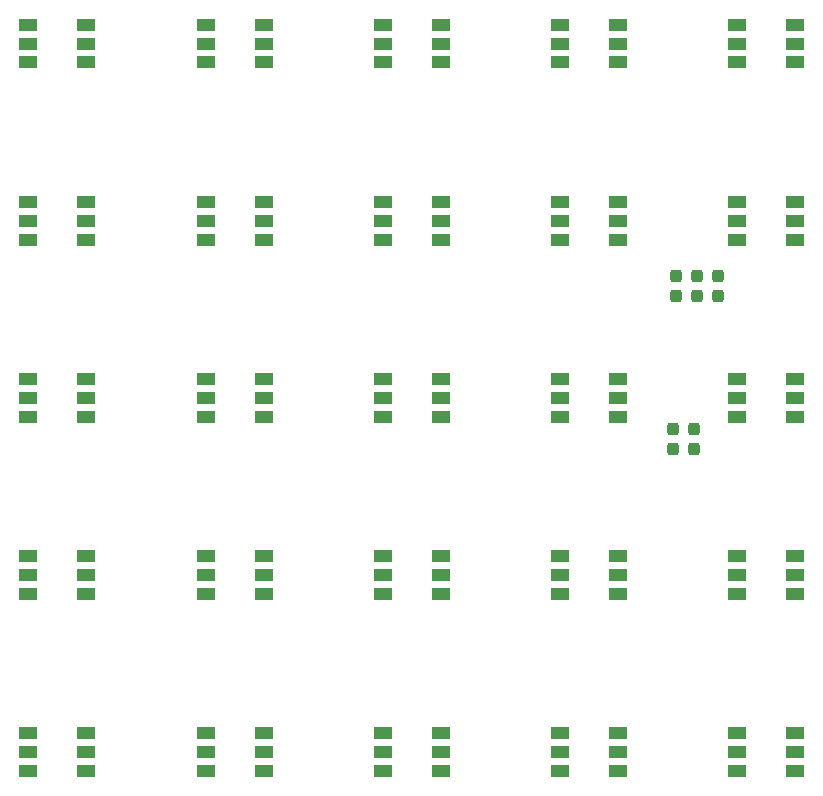
<source format=gbp>
G04 #@! TF.GenerationSoftware,KiCad,Pcbnew,(6.0.5)*
G04 #@! TF.CreationDate,2023-04-10T12:53:00-04:00*
G04 #@! TF.ProjectId,control_board,636f6e74-726f-46c5-9f62-6f6172642e6b,rev?*
G04 #@! TF.SameCoordinates,Original*
G04 #@! TF.FileFunction,Paste,Bot*
G04 #@! TF.FilePolarity,Positive*
%FSLAX46Y46*%
G04 Gerber Fmt 4.6, Leading zero omitted, Abs format (unit mm)*
G04 Created by KiCad (PCBNEW (6.0.5)) date 2023-04-10 12:53:00*
%MOMM*%
%LPD*%
G01*
G04 APERTURE LIST*
G04 Aperture macros list*
%AMRoundRect*
0 Rectangle with rounded corners*
0 $1 Rounding radius*
0 $2 $3 $4 $5 $6 $7 $8 $9 X,Y pos of 4 corners*
0 Add a 4 corners polygon primitive as box body*
4,1,4,$2,$3,$4,$5,$6,$7,$8,$9,$2,$3,0*
0 Add four circle primitives for the rounded corners*
1,1,$1+$1,$2,$3*
1,1,$1+$1,$4,$5*
1,1,$1+$1,$6,$7*
1,1,$1+$1,$8,$9*
0 Add four rect primitives between the rounded corners*
20,1,$1+$1,$2,$3,$4,$5,0*
20,1,$1+$1,$4,$5,$6,$7,0*
20,1,$1+$1,$6,$7,$8,$9,0*
20,1,$1+$1,$8,$9,$2,$3,0*%
G04 Aperture macros list end*
%ADD10R,1.500000X1.000000*%
%ADD11RoundRect,0.237500X0.237500X-0.300000X0.237500X0.300000X-0.237500X0.300000X-0.237500X-0.300000X0*%
%ADD12RoundRect,0.237500X-0.237500X0.300000X-0.237500X-0.300000X0.237500X-0.300000X0.237500X0.300000X0*%
G04 APERTURE END LIST*
D10*
X157150000Y-117300000D03*
X157150000Y-118900000D03*
X157150000Y-120500000D03*
X152250000Y-120500000D03*
X152250000Y-118900000D03*
X152250000Y-117300000D03*
X172150000Y-117300000D03*
X172150000Y-118900000D03*
X172150000Y-120500000D03*
X167250000Y-120500000D03*
X167250000Y-118900000D03*
X167250000Y-117300000D03*
D11*
X162060000Y-80264000D03*
X162060000Y-78539000D03*
D10*
X142150000Y-57300000D03*
X142150000Y-58900000D03*
X142150000Y-60500000D03*
X137250000Y-60500000D03*
X137250000Y-58900000D03*
X137250000Y-57300000D03*
X112150000Y-57300000D03*
X112150000Y-58900000D03*
X112150000Y-60500000D03*
X107250000Y-60500000D03*
X107250000Y-58900000D03*
X107250000Y-57300000D03*
D11*
X165616000Y-80264000D03*
X165616000Y-78539000D03*
D10*
X157150000Y-87300000D03*
X157150000Y-88900000D03*
X157150000Y-90500000D03*
X152250000Y-90500000D03*
X152250000Y-88900000D03*
X152250000Y-87300000D03*
X142150000Y-87300000D03*
X142150000Y-88900000D03*
X142150000Y-90500000D03*
X137250000Y-90500000D03*
X137250000Y-88900000D03*
X137250000Y-87300000D03*
D12*
X161806000Y-91493000D03*
X161806000Y-93218000D03*
D10*
X127150000Y-72300000D03*
X127150000Y-73900000D03*
X127150000Y-75500000D03*
X122250000Y-75500000D03*
X122250000Y-73900000D03*
X122250000Y-72300000D03*
X157150000Y-72300000D03*
X157150000Y-73900000D03*
X157150000Y-75500000D03*
X152250000Y-75500000D03*
X152250000Y-73900000D03*
X152250000Y-72300000D03*
X172150000Y-87300000D03*
X172150000Y-88900000D03*
X172150000Y-90500000D03*
X167250000Y-90500000D03*
X167250000Y-88900000D03*
X167250000Y-87300000D03*
X112150000Y-102300000D03*
X112150000Y-103900000D03*
X112150000Y-105500000D03*
X107250000Y-105500000D03*
X107250000Y-103900000D03*
X107250000Y-102300000D03*
X142150000Y-117300000D03*
X142150000Y-118900000D03*
X142150000Y-120500000D03*
X137250000Y-120500000D03*
X137250000Y-118900000D03*
X137250000Y-117300000D03*
X157150000Y-57300000D03*
X157150000Y-58900000D03*
X157150000Y-60500000D03*
X152250000Y-60500000D03*
X152250000Y-58900000D03*
X152250000Y-57300000D03*
X172150000Y-57300000D03*
X172150000Y-58900000D03*
X172150000Y-60500000D03*
X167250000Y-60500000D03*
X167250000Y-58900000D03*
X167250000Y-57300000D03*
X142150000Y-102300000D03*
X142150000Y-103900000D03*
X142150000Y-105500000D03*
X137250000Y-105500000D03*
X137250000Y-103900000D03*
X137250000Y-102300000D03*
X172150000Y-72300000D03*
X172150000Y-73900000D03*
X172150000Y-75500000D03*
X167250000Y-75500000D03*
X167250000Y-73900000D03*
X167250000Y-72300000D03*
X172150000Y-102300000D03*
X172150000Y-103900000D03*
X172150000Y-105500000D03*
X167250000Y-105500000D03*
X167250000Y-103900000D03*
X167250000Y-102300000D03*
X142150000Y-72300000D03*
X142150000Y-73900000D03*
X142150000Y-75500000D03*
X137250000Y-75500000D03*
X137250000Y-73900000D03*
X137250000Y-72300000D03*
X127150000Y-102300000D03*
X127150000Y-103900000D03*
X127150000Y-105500000D03*
X122250000Y-105500000D03*
X122250000Y-103900000D03*
X122250000Y-102300000D03*
X127150000Y-57300000D03*
X127150000Y-58900000D03*
X127150000Y-60500000D03*
X122250000Y-60500000D03*
X122250000Y-58900000D03*
X122250000Y-57300000D03*
D12*
X163576000Y-91493000D03*
X163576000Y-93218000D03*
D10*
X112150000Y-117300000D03*
X112150000Y-118900000D03*
X112150000Y-120500000D03*
X107250000Y-120500000D03*
X107250000Y-118900000D03*
X107250000Y-117300000D03*
X157150000Y-102300000D03*
X157150000Y-103900000D03*
X157150000Y-105500000D03*
X152250000Y-105500000D03*
X152250000Y-103900000D03*
X152250000Y-102300000D03*
X112150000Y-87300000D03*
X112150000Y-88900000D03*
X112150000Y-90500000D03*
X107250000Y-90500000D03*
X107250000Y-88900000D03*
X107250000Y-87300000D03*
X127150000Y-87300000D03*
X127150000Y-88900000D03*
X127150000Y-90500000D03*
X122250000Y-90500000D03*
X122250000Y-88900000D03*
X122250000Y-87300000D03*
D11*
X163838000Y-80264000D03*
X163838000Y-78539000D03*
D10*
X112150000Y-72300000D03*
X112150000Y-73900000D03*
X112150000Y-75500000D03*
X107250000Y-75500000D03*
X107250000Y-73900000D03*
X107250000Y-72300000D03*
X127150000Y-117300000D03*
X127150000Y-118900000D03*
X127150000Y-120500000D03*
X122250000Y-120500000D03*
X122250000Y-118900000D03*
X122250000Y-117300000D03*
M02*

</source>
